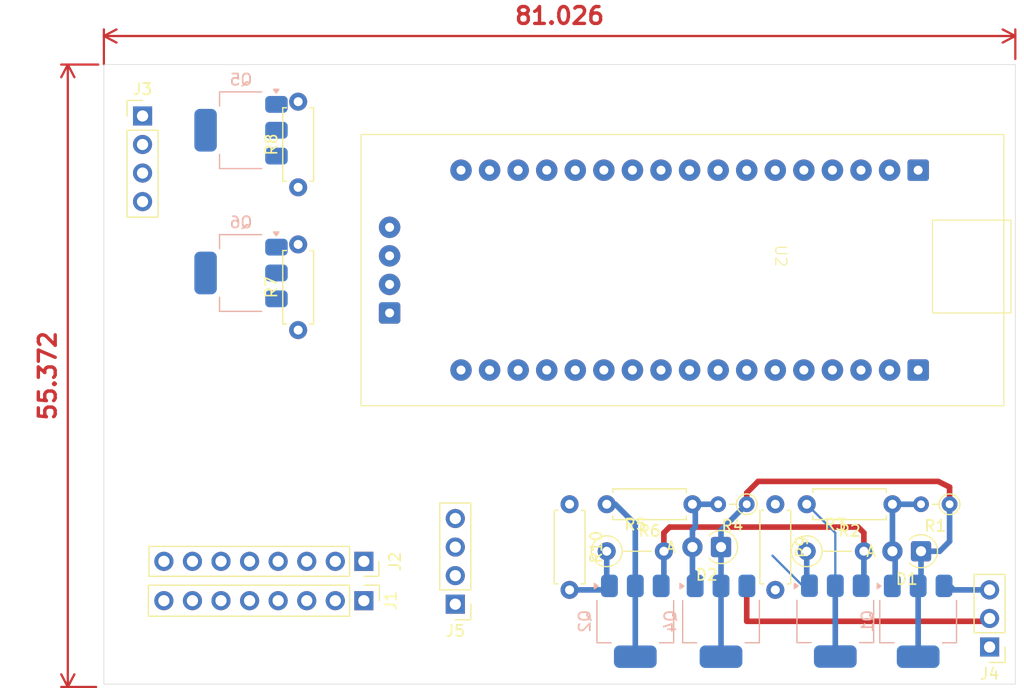
<source format=kicad_pcb>
(kicad_pcb (version 20241229) (generator "pcbnew") (generator_version "9.0")
  (layers (0 "F.Cu" signal) (2 "B.Cu" signal) (13 "F.Paste" user) (15 "B.Paste" user) (5 "F.SilkS" user "F.Silkscreen") (7 "B.SilkS" user "B.Silkscreen") (1 "F.Mask" user) (3 "B.Mask" user) (25 "Edge.Cuts" user))
  (net 0 "")
  (net 1 "+5VD")
  (net 2 "RBrake")
  (net 3 "RLigh")
  (net 4 "LighBut")
  (net 5 "HornBut")
  (net 6 "Net-(J1-Pin_7)")
  (net 7 "GND")
  (net 8 "/Brown TX")
  (net 9 "/Red Vin")
  (net 10 "Net-(D1-A)")
  (net 11 "VDD")
  (net 12 "FLigh")
  (net 13 "Net-(Q3-D)")
  (net 14 "FLighOn")
  (net 15 "Net-(D2-A)")
  (net 16 "Horn")
  (net 17 "HornOn")
  (net 18 "Net-(Q2-D)")
  (net 19 "Net-(Q5-G)")
  (net 20 "Net-(Q6-G)")
  (net 21 "RBrakeOn")
  (net 22 "RLighOn")
  (net 23 "BrakeIn")
  (net 24 "RX")
  (net 25 "Net-(Q2-G)")
  (net 26 "Net-(Q3-G)")
  (footprint "Resistor_THT:R_Axial_DIN0207_L6.3mm_D2.5mm_P7.62mm_Horizontal" (layer "F.Cu") (at 116.332 66.548 90)
    (property "Reference" "R8" (at 3.81 -2.37 90) (layer "F.SilkS"))
    (property "Value" "330")
    (fp_line (start 7.08 -1.37) (end 7.08 -1.04) (stroke (width 0.12)) (layer "F.SilkS"))
    (fp_line (start 0.54 -1.37) (end 7.08 -1.37) (stroke (width 0.12)) (layer "F.SilkS"))
    (fp_line (start 0.54 -1.04) (end 0.54 -1.37) (stroke (width 0.12)) (layer "F.SilkS"))
    (fp_line (start 0.54 1.04) (end 0.54 1.37) (stroke (width 0.12)) (layer "F.SilkS"))
    (fp_line (start 7.08 1.37) (end 7.08 1.04) (stroke (width 0.12)) (layer "F.SilkS"))
    (fp_line (start 0.54 1.37) (end 7.08 1.37) (stroke (width 0.12)) (layer "F.SilkS"))
    (pad "1" thru_hole circle (at 0 0 90) (size 1.6 1.6) (drill 0.8) (layers "*.Cu" "*.Mask") (net 22 "RLighOn"))
    (pad "2" thru_hole circle (at 7.62 0 90) (size 1.6 1.6) (drill 0.8) (layers "*.Cu" "*.Mask") (net 19 "Net-(Q5-G)"))
  )
  (footprint "Resistor_THT:R_Axial_DIN0204_L3.6mm_D1.6mm_P2.54mm_Vertical" (layer "F.Cu") (at 156.21 94.742 180)
    (property "Reference" "R4" (at 1.27 -1.92 0) (layer "F.SilkS"))
    (property "Value" "10K")
    (fp_line (start 0.92 0) (end 1.54 0) (stroke (width 0.12)) (layer "F.SilkS"))
    (fp_circle (center 0 0) (end 0.92 0) (stroke (width 0.12)) (fill no) (layer "F.SilkS"))
    (pad "1" thru_hole circle (at 0 0 180) (size 1.4 1.4) (drill 0.7) (layers "*.Cu" "*.Mask") (net 11 "VDD"))
    (pad "2" thru_hole circle (at 2.54 0 180) (size 1.4 1.4) (drill 0.7) (layers "*.Cu" "*.Mask") (net 15 "Net-(D2-A)"))
  )
  (footprint "Connector_PinHeader_2.54mm:PinHeader_1x04_P2.54mm_Vertical" (layer "F.Cu") (at 130.302 103.632 180)
    (property "Reference" "J5" (at 0 -2.38 0) (layer "F.SilkS"))
    (property "Value" "2 But Ctrl")
    (fp_line (start 1.38 1.27) (end 1.38 9) (stroke (width 0.12)) (layer "F.SilkS"))
    (fp_line (start -1.38 9) (end 1.38 9) (stroke (width 0.12)) (layer "F.SilkS"))
    (fp_line (start -1.38 1.27) (end 1.38 1.27) (stroke (width 0.12)) (layer "F.SilkS"))
    (fp_line (start -1.38 1.27) (end -1.38 9) (stroke (width 0.12)) (layer "F.SilkS"))
    (fp_line (start -1.38 0) (end -1.38 -1.38) (stroke (width 0.12)) (layer "F.SilkS"))
    (fp_line (start -1.38 -1.38) (end 0 -1.38) (stroke (width 0.12)) (layer "F.SilkS"))
    (pad "1" thru_hole rect (at 0 0 180) (size 1.7 1.7) (drill 1) (layers "*.Cu" "*.Mask") (net 7 "GND"))
    (pad "2" thru_hole circle (at 0 2.54 180) (size 1.7 1.7) (drill 1) (layers "*.Cu" "*.Mask") (net 5 "HornBut"))
    (pad "3" thru_hole circle (at 0 5.08 180) (size 1.7 1.7) (drill 1) (layers "*.Cu" "*.Mask") (net 7 "GND"))
    (pad "4" thru_hole circle (at 0 7.62 180) (size 1.7 1.7) (drill 1) (layers "*.Cu" "*.Mask") (net 4 "LighBut"))
  )
  (footprint "Resistor_THT:R_Axial_DIN0207_L6.3mm_D2.5mm_P5.08mm_Vertical" (layer "F.Cu") (at 161.544 98.922)
    (property "Reference" "R3" (at 2.54 -2.37 0) (layer "F.SilkS"))
    (property "Value" "R_US")
    (fp_line (start 1.37 0) (end 3.98 0) (stroke (width 0.12)) (layer "F.SilkS"))
    (fp_circle (center 0 0) (end 1.37 0) (stroke (width 0.12)) (fill no) (layer "F.SilkS"))
    (pad "1" thru_hole circle (at 0 0) (size 1.6 1.6) (drill 0.8) (layers "*.Cu" "*.Mask") (net 26 "Net-(Q3-G)"))
    (pad "2" thru_hole circle (at 5.08 0) (size 1.6 1.6) (drill 0.8) (layers "*.Cu" "*.Mask") (net 7 "GND"))
  )
  (footprint "Connector_PinHeader_2.54mm:PinHeader_1x08_P2.54mm_Vertical" (layer "F.Cu") (at 122.174 103.322 -90)
    (property "Reference" "J1" (at 0 -2.38 90) (layer "F.SilkS"))
    (property "Value" "MotorIn")
    (fp_line (start -1.38 19.16) (end 1.38 19.16) (stroke (width 0.12)) (layer "F.SilkS"))
    (fp_line (start -1.38 1.27) (end -1.38 19.16) (stroke (width 0.12)) (layer "F.SilkS"))
    (fp_line (start -1.38 1.27) (end 1.38 1.27) (stroke (width 0.12)) (layer "F.SilkS"))
    (fp_line (start 1.38 1.27) (end 1.38 19.16) (stroke (width 0.12)) (layer "F.SilkS"))
    (fp_line (start -1.38 0) (end -1.38 -1.38) (stroke (width 0.12)) (layer "F.SilkS"))
    (fp_line (start -1.38 -1.38) (end 0 -1.38) (stroke (width 0.12)) (layer "F.SilkS"))
    (pad "1" thru_hole rect (at 0 0 270) (size 1.7 1.7) (drill 1) (layers "*.Cu" "*.Mask") (net 7 "GND"))
    (pad "2" thru_hole circle (at 0 2.54 270) (size 1.7 1.7) (drill 1) (layers "*.Cu" "*.Mask") (net 11 "VDD"))
    (pad "3" thru_hole circle (at 0 5.08 270) (size 1.7 1.7) (drill 1) (layers "*.Cu" "*.Mask") (net 9 "/Red Vin"))
    (pad "4" thru_hole circle (at 0 7.62 270) (size 1.7 1.7) (drill 1) (layers "*.Cu" "*.Mask") (net 24 "RX"))
    (pad "5" thru_hole circle (at 0 10.16 270) (size 1.7 1.7) (drill 1) (layers "*.Cu" "*.Mask") (net 1 "+5VD"))
    (pad "6" thru_hole circle (at 0 12.7 270) (size 1.7 1.7) (drill 1) (layers "*.Cu" "*.Mask") (net 23 "BrakeIn"))
    (pad "7" thru_hole circle (at 0 15.24 270) (size 1.7 1.7) (drill 1) (layers "*.Cu" "*.Mask") (net 6 "Net-(J1-Pin_7)"))
    (pad "8" thru_hole circle (at 0 17.78 270) (size 1.7 1.7) (drill 1) (layers "*.Cu" "*.Mask") (net 8 "/Brown TX"))
  )
  (footprint "bp103_swd:bp103_swd" (layer "F.Cu") (at 156.21 73.914 -90)
    (property "Reference" "U2" (at -1.27 -3.04 270) (layer "F.SilkS") (effects (font (thickness 0.1))))
    (property "Value" "~")
    (fp_rect (start -12.065 -22.86) (end 12.065 34.29) (stroke (width 0.1)) (fill no) (layer "F.SilkS"))
    (fp_rect (start -4.445 -23.495) (end 3.81 -16.51) (stroke (width 0.1)) (fill no) (layer "F.SilkS"))
    (pad "1" thru_hole roundrect (at 8.89 -15.24 270) (size 1.905 1.905) (drill 0.8) (layers "*.Cu" "*.Mask") (roundrect_rratio 0.15))
    (pad "2" thru_hole circle (at 8.89 -12.7 270) (size 1.905 1.905) (drill 0.8) (layers "*.Cu" "*.Mask"))
    (pad "3" thru_hole circle (at 8.89 -10.16 270) (size 1.905 1.905) (drill 0.8) (layers "*.Cu" "*.Mask"))
    (pad "4" thru_hole circle (at 8.89 -7.62 270) (size 1.905 1.905) (drill 0.8) (layers "*.Cu" "*.Mask"))
    (pad "5" thru_hole circle (at 8.89 -5.08 270) (size 1.905 1.905) (drill 0.8) (layers "*.Cu" "*.Mask"))
    (pad "6" thru_hole circle (at 8.89 -2.54 270) (size 1.905 1.905) (drill 0.8) (layers "*.Cu" "*.Mask"))
    (pad "7" thru_hole circle (at 8.89 0 270) (size 1.905 1.905) (drill 0.8) (layers "*.Cu" "*.Mask"))
    (pad "8" thru_hole circle (at 8.89 2.54 270) (size 1.905 1.905) (drill 0.8) (layers "*.Cu" "*.Mask"))
    (pad "9" thru_hole circle (at 8.89 5.08 270) (size 1.905 1.905) (drill 0.8) (layers "*.Cu" "*.Mask"))
    (pad "10" thru_hole circle (at 8.89 7.62 270) (size 1.905 1.905) (drill 0.8) (layers "*.Cu" "*.Mask"))
    (pad "11" thru_hole circle (at 8.89 10.16 270) (size 1.905 1.905) (drill 0.8) (layers "*.Cu" "*.Mask") (net 24 "RX"))
    (pad "12" thru_hole circle (at 8.89 12.7 270) (size 1.905 1.905) (drill 0.8) (layers "*.Cu" "*.Mask"))
    (pad "13" thru_hole circle (at 8.89 15.24 270) (size 1.905 1.905) (drill 0.8) (layers "*.Cu" "*.Mask") (net 14 "FLighOn"))
    (pad "14" thru_hole circle (at 8.89 17.78 270) (size 1.905 1.905) (drill 0.8) (layers "*.Cu" "*.Mask"))
    (pad "15" thru_hole circle (at 8.89 20.32 270) (size 1.905 1.905) (drill 0.8) (layers "*.Cu" "*.Mask"))
    (pad "16" thru_hole circle (at 8.89 22.86 270) (size 1.905 1.905) (drill 0.8) (layers "*.Cu" "*.Mask"))
    (pad "17" thru_hole circle (at 8.89 25.4 270) (size 1.905 1.905) (drill 0.8) (layers "*.Cu" "*.Mask"))
    (pad "18" thru_hole roundrect (at -8.89 -15.24 270) (size 1.905 1.905) (drill 0.8) (layers "*.Cu" "*.Mask") (roundrect_rratio 0.1312335958) (net 7 "GND"))
    (pad "19" thru_hole circle (at -8.89 -12.7 270) (size 1.905 1.905) (drill 0.8) (layers "*.Cu" "*.Mask"))
    (pad "20" thru_hole circle (at -8.89 -10.16 270) (size 1.905 1.905) (drill 0.8) (layers "*.Cu" "*.Mask"))
    (pad "21" thru_hole circle (at -8.89 -7.62 270) (size 1.905 1.905) (drill 0.8) (layers "*.Cu" "*.Mask"))
    (pad "22" thru_hole circle (at -8.89 -5.08 270) (size 1.905 1.905) (drill 0.8) (layers "*.Cu" "*.Mask"))
    (pad "23" thru_hole circle (at -8.89 -2.54 270) (size 1.905 1.905) (drill 0.8) (layers "*.Cu" "*.Mask") (net 23 "BrakeIn"))
    (pad "24" thru_hole circle (at -8.89 0 270) (size 1.905 1.905) (drill 0.8) (layers "*.Cu" "*.Mask") (net 4 "LighBut"))
    (pad "25" thru_hole circle (at -8.89 2.54 270) (size 1.905 1.905) (drill 0.8) (layers "*.Cu" "*.Mask") (net 5 "HornBut"))
    (pad "26" thru_hole circle (at -8.89 5.08 270) (size 1.905 1.905) (drill 0.8) (layers "*.Cu" "*.Mask"))
    (pad "27" thru_hole circle (at -8.89 7.62 270) (size 1.905 1.905) (drill 0.8) (layers "*.Cu" "*.Mask"))
    (pad "28" thru_hole circle (at -8.89 10.16 270) (size 1.905 1.905) (drill 0.8) (layers "*.Cu" "*.Mask"))
    (pad "29" thru_hole circle (at -8.89 12.7 270) (size 1.905 1.905) (drill 0.8) (layers "*.Cu" "*.Mask") (net 21 "RBrakeOn"))
    (pad "30" thru_hole circle (at -8.89 15.24 270) (size 1.905 1.905) (drill 0.8) (layers "*.Cu" "*.Mask") (net 22 "RLighOn"))
    (pad "31" thru_hole circle (at -8.89 17.78 270) (size 1.905 1.905) (drill 0.8) (layers "*.Cu" "*.Mask"))
    (pad "32" thru_hole circle (at -8.89 20.32 270) (size 1.905 1.905) (drill 0.8) (layers "*.Cu" "*.Mask"))
    (pad "33" thru_hole circle (at -8.89 22.86 270) (size 1.905 1.905) (drill 0.8) (layers "*.Cu" "*.Mask"))
    (pad "34" thru_hole circle (at -8.89 25.4 270) (size 1.905 1.905) (drill 0.8) (layers "*.Cu" "*.Mask"))
    (pad "35" thru_hole roundrect (at 3.81 31.75 180) (size 1.905 1.905) (drill 0.8) (layers "*.Cu" "*.Mask") (roundrect_rratio 0.15))
    (pad "36" thru_hole circle (at 1.27 31.75 180) (size 1.905 1.905) (drill 0.8) (layers "*.Cu" "*.Mask"))
    (pad "37" thru_hole circle (at -1.27 31.75 180) (size 1.905 1.905) (drill 0.8) (layers "*.Cu" "*.Mask"))
    (pad "38" thru_hole circle (at -3.81 31.75 180) (size 1.905 1.905) (drill 0.8) (layers "*.Cu" "*.Mask"))
  )
  (footprint "Resistor_THT:R_Axial_DIN0207_L6.3mm_D2.5mm_P7.62mm_Horizontal" (layer "F.Cu") (at 158.75 94.742 -90)
    (property "Reference" "R9" (at 3.81 -2.37 90) (layer "F.SilkS"))
    (property "Value" "330")
    (fp_line (start 0.54 1.37) (end 7.08 1.37) (stroke (width 0.12)) (layer "F.SilkS"))
    (fp_line (start 7.08 1.37) (end 7.08 1.04) (stroke (width 0.12)) (layer "F.SilkS"))
    (fp_line (start 0.54 1.04) (end 0.54 1.37) (stroke (width 0.12)) (layer "F.SilkS"))
    (fp_line (start 0.54 -1.04) (end 0.54 -1.37) (stroke (width 0.12)) (layer "F.SilkS"))
    (fp_line (start 0.54 -1.37) (end 7.08 -1.37) (stroke (width 0.12)) (layer "F.SilkS"))
    (fp_line (start 7.08 -1.37) (end 7.08 -1.04) (stroke (width 0.12)) (layer "F.SilkS"))
    (pad "1" thru_hole circle (at 0 0 270) (size 1.6 1.6) (drill 0.8) (layers "*.Cu" "*.Mask") (net 14 "FLighOn"))
    (pad "2" thru_hole circle (at 7.62 0 270) (size 1.6 1.6) (drill 0.8) (layers "*.Cu" "*.Mask") (net 26 "Net-(Q3-G)"))
  )
  (footprint "Resistor_THT:R_Axial_DIN0207_L6.3mm_D2.5mm_P7.62mm_Horizontal" (layer "F.Cu") (at 140.462 94.742 -90)
    (property "Reference" "R10" (at 3.81 -2.37 90) (layer "F.SilkS"))
    (property "Value" "330")
    (fp_line (start 0.54 1.37) (end 7.08 1.37) (stroke (width 0.12)) (layer "F.SilkS"))
    (fp_line (start 7.08 1.37) (end 7.08 1.04) (stroke (width 0.12)) (layer "F.SilkS"))
    (fp_line (start 0.54 1.04) (end 0.54 1.37) (stroke (width 0.12)) (layer "F.SilkS"))
    (fp_line (start 0.54 -1.04) (end 0.54 -1.37) (stroke (width 0.12)) (layer "F.SilkS"))
    (fp_line (start 0.54 -1.37) (end 7.08 -1.37) (stroke (width 0.12)) (layer "F.SilkS"))
    (fp_line (start 7.08 -1.37) (end 7.08 -1.04) (stroke (width 0.12)) (layer "F.SilkS"))
    (pad "1" thru_hole circle (at 0 0 270) (size 1.6 1.6) (drill 0.8) (layers "*.Cu" "*.Mask") (net 17 "HornOn"))
    (pad "2" thru_hole circle (at 7.62 0 270) (size 1.6 1.6) (drill 0.8) (layers "*.Cu" "*.Mask") (net 25 "Net-(Q2-G)"))
  )
  (footprint "Diode_THT:D_A-405_P2.54mm_Vertical_AnodeUp" (layer "F.Cu") (at 153.924 98.552 180)
    (property "Reference" "D2" (at 1.27 -2.47 0) (layer "F.SilkS"))
    (property "Value" "15V")
    (fp_arc (start 1.058537 1.02) (mid -1.47 0) (end 1.058537 -1.02) (stroke (width 0.12)) (layer "F.SilkS"))
    (fp_text user "A" (at 4.44 0 0) (layer "F.SilkS"))
    (pad "1" thru_hole roundrect (at 0 0 180) (size 1.8 1.8) (drill 0.9) (layers "*.Cu" "*.Mask") (roundrect_rratio 0.138889) (net 11 "VDD"))
    (pad "2" thru_hole circle (at 2.54 0 180) (size 1.8 1.8) (drill 0.9) (layers "*.Cu" "*.Mask") (net 15 "Net-(D2-A)"))
  )
  (footprint "Resistor_THT:R_Axial_DIN0207_L6.3mm_D2.5mm_P7.62mm_Horizontal" (layer "F.Cu") (at 116.332 79.248 90)
    (property "Reference" "R7" (at 3.81 -2.37 90) (layer "F.SilkS"))
    (property "Value" "330")
    (fp_line (start 7.08 -1.37) (end 7.08 -1.04) (stroke (width 0.12)) (layer "F.SilkS"))
    (fp_line (start 0.54 -1.37) (end 7.08 -1.37) (stroke (width 0.12)) (layer "F.SilkS"))
    (fp_line (start 0.54 -1.04) (end 0.54 -1.37) (stroke (width 0.12)) (layer "F.SilkS"))
    (fp_line (start 0.54 1.04) (end 0.54 1.37) (stroke (width 0.12)) (layer "F.SilkS"))
    (fp_line (start 7.08 1.37) (end 7.08 1.04) (stroke (width 0.12)) (layer "F.SilkS"))
    (fp_line (start 0.54 1.37) (end 7.08 1.37) (stroke (width 0.12)) (layer "F.SilkS"))
    (pad "1" thru_hole circle (at 0 0 90) (size 1.6 1.6) (drill 0.8) (layers "*.Cu" "*.Mask") (net 21 "RBrakeOn"))
    (pad "2" thru_hole circle (at 7.62 0 90) (size 1.6 1.6) (drill 0.8) (layers "*.Cu" "*.Mask") (net 20 "Net-(Q6-G)"))
  )
  (footprint "Connector_PinHeader_2.54mm:PinHeader_1x04_P2.54mm_Vertical" (layer "F.Cu") (at 102.498 60.198)
    (property "Reference" "J3" (at 0 -2.38 0) (layer "F.SilkS"))
    (property "Value" "RearLight")
    (fp_line (start -1.38 -1.38) (end 0 -1.38) (stroke (width 0.12)) (layer "F.SilkS"))
    (fp_line (start -1.38 0) (end -1.38 -1.38) (stroke (width 0.12)) (layer "F.SilkS"))
    (fp_line (start -1.38 1.27) (end -1.38 9) (stroke (width 0.12)) (layer "F.SilkS"))
    (fp_line (start -1.38 1.27) (end 1.38 1.27) (stroke (width 0.12)) (layer "F.SilkS"))
    (fp_line (start -1.38 9) (end 1.38 9) (stroke (width 0.12)) (layer "F.SilkS"))
    (fp_line (start 1.38 1.27) (end 1.38 9) (stroke (width 0.12)) (layer "F.SilkS"))
    (pad "1" thru_hole rect (at 0 0) (size 1.7 1.7) (drill 1) (layers "*.Cu" "*.Mask") (net 3 "RLigh"))
    (pad "2" thru_hole circle (at 0 2.54) (size 1.7 1.7) (drill 1) (layers "*.Cu" "*.Mask") (net 11 "VDD"))
    (pad "3" thru_hole circle (at 0 5.08) (size 1.7 1.7) (drill 1) (layers "*.Cu" "*.Mask") (net 2 "RBrake"))
    (pad "4" thru_hole circle (at 0 7.62) (size 1.7 1.7) (drill 1) (layers "*.Cu" "*.Mask") (net 11 "VDD"))
  )
  (footprint "Resistor_THT:R_Axial_DIN0207_L6.3mm_D2.5mm_P7.62mm_Horizontal" (layer "F.Cu") (at 169.164 94.742 180)
    (property "Reference" "R2" (at 3.81 -2.37 0) (layer "F.SilkS"))
    (property "Value" "100K")
    (fp_line (start 7.08 1.37) (end 7.08 1.04) (stroke (width 0.12)) (layer "F.SilkS"))
    (fp_line (start 7.08 -1.37) (end 7.08 -1.04) (stroke (width 0.12)) (layer "F.SilkS"))
    (fp_line (start 0.54 1.37) (end 7.08 1.37) (stroke (width 0.12)) (layer "F.SilkS"))
    (fp_line (start 0.54 1.04) (end 0.54 1.37) (stroke (width 0.12)) (layer "F.SilkS"))
    (fp_line (start 0.54 -1.04) (end 0.54 -1.37) (stroke (width 0.12)) (layer "F.SilkS"))
    (fp_line (start 0.54 -1.37) (end 7.08 -1.37) (stroke (width 0.12)) (layer "F.SilkS"))
    (pad "1" thru_hole circle (at 0 0 180) (size 1.6 1.6) (drill 0.8) (layers "*.Cu" "*.Mask") (net 10 "Net-(D1-A)"))
    (pad "2" thru_hole circle (at 7.62 0 180) (size 1.6 1.6) (drill 0.8) (layers "*.Cu" "*.Mask") (net 13 "Net-(Q3-D)"))
  )
  (footprint "Resistor_THT:R_Axial_DIN0204_L3.6mm_D1.6mm_P2.54mm_Vertical" (layer "F.Cu") (at 174.244 94.742 180)
    (property "Reference" "R1" (at 1.27 -1.92 0) (layer "F.SilkS"))
    (property "Value" "10K")
    (fp_line (start 0.92 0) (end 1.54 0) (stroke (width 0.12)) (layer "F.SilkS"))
    (fp_circle (center 0 0) (end 0.92 0) (stroke (width 0.12)) (fill no) (layer "F.SilkS"))
    (pad "1" thru_hole circle (at 0 0 180) (size 1.4 1.4) (drill 0.7) (layers "*.Cu" "*.Mask") (net 11 "VDD"))
    (pad "2" thru_hole circle (at 2.54 0 180) (size 1.4 1.4) (drill 0.7) (layers "*.Cu" "*.Mask") (net 10 "Net-(D1-A)"))
  )
  (footprint "Connector_PinHeader_2.54mm:PinHeader_1x03_P2.54mm_Vertical" (layer "F.Cu") (at 177.8 107.442 180)
    (property "Reference" "J4" (at 0 -2.38 0) (layer "F.SilkS"))
    (property "Value" "Fr Light")
    (fp_line (start 1.38 1.27) (end 1.38 6.46) (stroke (width 0.12)) (layer "F.SilkS"))
    (fp_line (start -1.38 6.46) (end 1.38 6.46) (stroke (width 0.12)) (layer "F.SilkS"))
    (fp_line (start -1.38 1.27) (end 1.38 1.27) (stroke (width 0.12)) (layer "F.SilkS"))
    (fp_line (start -1.38 1.27) (end -1.38 6.46) (stroke (width 0.12)) (layer "F.SilkS"))
    (fp_line (start -1.38 0) (end -1.38 -1.38) (stroke (width 0.12)) (layer "F.SilkS"))
    (fp_line (start -1.38 -1.38) (end 0 -1.38) (stroke (width 0.12)) (layer "F.SilkS"))
    (pad "1" thru_hole rect (at 0 0 180) (size 1.7 1.7) (drill 1) (layers "*.Cu" "*.Mask") (net 7 "GND"))
    (pad "2" thru_hole circle (at 0 2.54 180) (size 1.7 1.7) (drill 1) (layers "*.Cu" "*.Mask") (net 16 "Horn"))
    (pad "3" thru_hole circle (at 0 5.08 180) (size 1.7 1.7) (drill 1) (layers "*.Cu" "*.Mask") (net 12 "FLigh"))
  )
  (footprint "Resistor_THT:R_Axial_DIN0207_L6.3mm_D2.5mm_P7.62mm_Horizontal" (layer "F.Cu") (at 151.384 94.742 180)
    (property "Reference" "R6" (at 3.81 -2.37 0) (layer "F.SilkS"))
    (property "Value" "100K")
    (fp_line (start 7.08 1.37) (end 7.08 1.04) (stroke (width 0.12)) (layer "F.SilkS"))
    (fp_line (start 7.08 -1.37) (end 7.08 -1.04) (stroke (width 0.12)) (layer "F.SilkS"))
    (fp_line (start 0.54 1.37) (end 7.08 1.37) (stroke (width 0.12)) (layer "F.SilkS"))
    (fp_line (start 0.54 1.04) (end 0.54 1.37) (stroke (width 0.12)) (layer "F.SilkS"))
    (fp_line (start 0.54 -1.04) (end 0.54 -1.37) (stroke (width 0.12)) (layer "F.SilkS"))
    (fp_line (start 0.54 -1.37) (end 7.08 -1.37) (stroke (width 0.12)) (layer "F.SilkS"))
    (pad "1" thru_hole circle (at 0 0 180) (size 1.6 1.6) (drill 0.8) (layers "*.Cu" "*.Mask") (net 15 "Net-(D2-A)"))
    (pad "2" thru_hole circle (at 7.62 0 180) (size 1.6 1.6) (drill 0.8) (layers "*.Cu" "*.Mask") (net 18 "Net-(Q2-D)"))
  )
  (footprint "Resistor_THT:R_Axial_DIN0207_L6.3mm_D2.5mm_P5.08mm_Vertical" (layer "F.Cu") (at 143.764 98.922)
    (property "Reference" "R5" (at 2.54 -2.37 0) (layer "F.SilkS"))
    (property "Value" "R_US")
    (fp_line (start 1.37 0) (end 3.98 0) (stroke (width 0.12)) (layer "F.SilkS"))
    (fp_circle (center 0 0) (end 1.37 0) (stroke (width 0.12)) (fill no) (layer "F.SilkS"))
    (pad "1" thru_hole circle (at 0 0) (size 1.6 1.6) (drill 0.8) (layers "*.Cu" "*.Mask") (net 25 "Net-(Q2-G)"))
    (pad "2" thru_hole circle (at 5.08 0) (size 1.6 1.6) (drill 0.8) (layers "*.Cu" "*.Mask") (net 7 "GND"))
  )
  (footprint "Connector_PinSocket_2.54mm:PinSocket_1x08_P2.54mm_Vertical" (layer "F.Cu") (at 122.174 99.822 -90)
    (property "Reference" "J2" (at 0 -2.77 90) (layer "F.SilkS"))
    (property "Value" "ToLcd")
    (fp_line (start -1.33 19.11) (end 1.33 19.11) (stroke (width 0.12)) (layer "F.SilkS"))
    (fp_line (start -1.33 1.27) (end -1.33 19.11) (stroke (width 0.12)) (layer "F.SilkS"))
    (fp_line (start -1.33 1.27) (end 1.33 1.27) (stroke (width 0.12)) (layer "F.SilkS"))
    (fp_line (start 1.33 1.27) (end 1.33 19.11) (stroke (width 0.12)) (layer "F.SilkS"))
    (fp_line (start 0 -1.33) (end 1.33 -1.33) (stroke (width 0.12)) (layer "F.SilkS"))
    (fp_line (start 1.33 -1.33) (end 1.33 0) (stroke (width 0.12)) (layer "F.SilkS"))
    (pad "1" thru_hole rect (at 0 0 270) (size 1.7 1.7) (drill 1) (layers "*.Cu" "*.Mask") (net 7 "GND"))
    (pad "2" thru_hole circle (at 0 2.54 270) (size 1.7 1.7) (drill 1) (layers "*.Cu" "*.Mask") (net 11 "VDD"))
    (pad "3" thru_hole circle (at 0 5.08 270) (size 1.7 1.7) (drill 1) (layers "*.Cu" "*.Mask") (net 9 "/Red Vin"))
    (pad "4" thru_hole circle (at 0 7.62 270) (size 1.7 1.7) (drill 1) (layers "*.Cu" "*.Mask") (net 24 "RX"))
    (pad "5" thru_hole circle (at 0 10.16 270) (size 1.7 1.7) (drill 1) (layers "*.Cu" "*.Mask") (net 1 "+5VD"))
    (pad "6" thru_hole circle (at 0 12.7 270) (size 1.7 1.7) (drill 1) (layers "*.Cu" "*.Mask") (net 23 "BrakeIn"))
    (pad "7" thru_hole circle (at 0 15.24 270) (size 1.7 1.7) (drill 1) (layers "*.Cu" "*.Mask") (net 6 "Net-(J1-Pin_7)"))
    (pad "8" thru_hole circle (at 0 17.78 270) (size 1.7 1.7) (drill 1) (layers "*.Cu" "*.Mask") (net 8 "/Brown TX"))
  )
  (footprint "Diode_THT:D_A-405_P2.54mm_Vertical_AnodeUp" (layer "F.Cu") (at 171.704 98.922 180)
    (property "Reference" "D1" (at 1.27 -2.47 0) (layer "F.SilkS"))
    (property "Value" "15V")
    (fp_arc (start 1.058537 1.02) (mid -1.47 0) (end 1.058537 -1.02) (stroke (width 0.12)) (layer "F.SilkS"))
    (fp_text user "A" (at 4.44 0 0) (layer "F.SilkS"))
    (pad "1" thru_hole roundrect (at 0 0 180) (size 1.8 1.8) (drill 0.9) (layers "*.Cu" "*.Mask") (roundrect_rratio 0.138889) (net 11 "VDD"))
    (pad "2" thru_hole circle (at 2.54 0 180) (size 1.8 1.8) (drill 0.9) (layers "*.Cu" "*.Mask") (net 10 "Net-(D1-A)"))
  )
  (footprint "Package_TO_SOT_SMD:SOT-223-3_TabPin2" (layer "B.Cu") (at 111.252 61.468 180)
    (property "Reference" "Q5" (at 0 4.5 0) (layer "B.SilkS") (effects (justify mirror)))
    (property "Value" "BSP89")
    (fp_line (start 1.91 3.41) (end 1.91 2.15) (stroke (width 0.12)) (layer "B.SilkS"))
    (fp_line (start 1.91 -3.41) (end 1.91 -2.15) (stroke (width 0.12)) (layer "B.SilkS"))
    (fp_line (start -1.85 3.41) (end 1.91 3.41) (stroke (width 0.12)) (layer "B.SilkS"))
    (fp_line (start -1.85 -3.41) (end 1.91 -3.41) (stroke (width 0.12)) (layer "B.SilkS"))
    (fp_poly (pts (xy -3.13 3.31) (xy -3.37 3.64) (xy -2.89 3.64) (xy -3.13 3.31)) (stroke (width 0.12)) (fill yes) (layer "B.SilkS"))
    (pad "1" smd roundrect (at -3.15 2.3 180) (size 2 1.5) (layers "B.Cu" "B.Mask" "B.Paste") (net 19 "Net-(Q5-G)"))
    (pad "2" smd roundrect (at -3.15 0 180) (size 2 1.5) (layers "B.Cu" "B.Mask" "B.Paste") (net 3 "RLigh"))
    (pad "2" smd roundrect (at 3.15 0 180) (size 2 3.8) (layers "B.Cu" "B.Mask" "B.Paste") (net 3 "RLigh"))
    (pad "3" smd roundrect (at -3.15 -2.3 180) (size 2 1.5) (layers "B.Cu" "B.Mask" "B.Paste") (net 7 "GND"))
  )
  (footprint "Package_TO_SOT_SMD:SOT-223-3_TabPin2" (layer "B.Cu") (at 111.252 74.168 180)
    (property "Reference" "Q6" (at 0 4.5 0) (layer "B.SilkS") (effects (justify mirror)))
    (property "Value" "BSP89")
    (fp_line (start 1.91 3.41) (end 1.91 2.15) (stroke (width 0.12)) (layer "B.SilkS"))
    (fp_line (start 1.91 -3.41) (end 1.91 -2.15) (stroke (width 0.12)) (layer "B.SilkS"))
    (fp_line (start -1.85 3.41) (end 1.91 3.41) (stroke (width 0.12)) (layer "B.SilkS"))
    (fp_line (start -1.85 -3.41) (end 1.91 -3.41) (stroke (width 0.12)) (layer "B.SilkS"))
    (fp_poly (pts (xy -3.13 3.31) (xy -3.37 3.64) (xy -2.89 3.64) (xy -3.13 3.31)) (stroke (width 0.12)) (fill yes) (layer "B.SilkS"))
    (pad "1" smd roundrect (at -3.15 2.3 180) (size 2 1.5) (layers "B.Cu" "B.Mask" "B.Paste") (net 20 "Net-(Q6-G)"))
    (pad "2" smd roundrect (at -3.15 0 180) (size 2 1.5) (layers "B.Cu" "B.Mask" "B.Paste") (net 2 "RBrake"))
    (pad "2" smd roundrect (at 3.15 0 180) (size 2 3.8) (layers "B.Cu" "B.Mask" "B.Paste") (net 2 "RBrake"))
    (pad "3" smd roundrect (at -3.15 -2.3 180) (size 2 1.5) (layers "B.Cu" "B.Mask" "B.Paste") (net 7 "GND"))
  )
  (footprint "Package_TO_SOT_SMD:SOT-223-3_TabPin2" (layer "B.Cu") (at 164.084 105.142 -90)
    (property "Reference" "Q3" (hide yes))
    (property "Value" "BSP89")
    (fp_line (start -1.85 3.41) (end 1.91 3.41) (stroke (width 0.12)) (layer "B.SilkS"))
    (fp_line (start 1.91 3.41) (end 1.91 2.15) (stroke (width 0.12)) (layer "B.SilkS"))
    (fp_line (start -1.85 -3.41) (end 1.91 -3.41) (stroke (width 0.12)) (layer "B.SilkS"))
    (fp_line (start 1.91 -3.41) (end 1.91 -2.15) (stroke (width 0.12)) (layer "B.SilkS"))
    (fp_poly (pts (xy -3.13 3.31) (xy -3.37 3.64) (xy -2.89 3.64) (xy -3.13 3.31)) (stroke (width 0.12)) (fill yes) (layer "B.SilkS"))
    (pad "1" smd roundrect (at -3.15 2.3 270) (size 2 1.5) (layers "B.Cu" "B.Mask" "B.Paste") (net 26 "Net-(Q3-G)"))
    (pad "2" smd roundrect (at -3.15 0 270) (size 2 1.5) (layers "B.Cu" "B.Mask" "B.Paste") (net 13 "Net-(Q3-D)"))
    (pad "2" smd roundrect (at 3.15 0 270) (size 2 3.8) (layers "B.Cu" "B.Mask" "B.Paste") (net 13 "Net-(Q3-D)"))
    (pad "3" smd roundrect (at -3.15 -2.3 270) (size 2 1.5) (layers "B.Cu" "B.Mask" "B.Paste") (net 7 "GND"))
  )
  (footprint "Package_TO_SOT_SMD:SOT-223-3_TabPin2" (layer "B.Cu") (at 153.924 105.156 -90)
    (property "Reference" "Q4" (at 0 4.5 90) (layer "B.SilkS") (effects (justify mirror)))
    (property "Value" "ZXMP4A16G" (hide yes))
    (fp_line (start -1.85 3.41) (end 1.91 3.41) (stroke (width 0.12)) (layer "B.SilkS"))
    (fp_line (start 1.91 3.41) (end 1.91 2.15) (stroke (width 0.12)) (layer "B.SilkS"))
    (fp_line (start -1.85 -3.41) (end 1.91 -3.41) (stroke (width 0.12)) (layer "B.SilkS"))
    (fp_line (start 1.91 -3.41) (end 1.91 -2.15) (stroke (width 0.12)) (layer "B.SilkS"))
    (fp_poly (pts (xy -3.13 3.31) (xy -3.37 3.64) (xy -2.89 3.64) (xy -3.13 3.31)) (stroke (width 0.12)) (fill yes) (layer "B.SilkS"))
    (pad "1" smd roundrect (at -3.15 2.3 270) (size 2 1.5) (layers "B.Cu" "B.Mask" "B.Paste") (net 15 "Net-(D2-A)"))
    (pad "2" smd roundrect (at -3.15 0 270) (size 2 1.5) (layers "B.Cu" "B.Mask" "B.Paste") (net 11 "VDD"))
    (pad "2" smd roundrect (at 3.15 0 270) (size 2 3.8) (layers "B.Cu" "B.Mask" "B.Paste") (net 11 "VDD"))
    (pad "3" smd roundrect (at -3.15 -2.3 270) (size 2 1.5) (layers "B.Cu" "B.Mask" "B.Paste") (net 16 "Horn"))
  )
  (footprint "Package_TO_SOT_SMD:SOT-223-3_TabPin2" (layer "B.Cu") (at 146.304 105.156 -90)
    (property "Reference" "Q2" (at 0 4.5 90) (layer "B.SilkS") (effects (justify mirror)))
    (property "Value" "BSP89")
    (fp_line (start -1.85 3.41) (end 1.91 3.41) (stroke (width 0.12)) (layer "B.SilkS"))
    (fp_line (start 1.91 3.41) (end 1.91 2.15) (stroke (width 0.12)) (layer "B.SilkS"))
    (fp_line (start -1.85 -3.41) (end 1.91 -3.41) (stroke (width 0.12)) (layer "B.SilkS"))
    (fp_line (start 1.91 -3.41) (end 1.91 -2.15) (stroke (width 0.12)) (layer "B.SilkS"))
    (fp_poly (pts (xy -3.13 3.31) (xy -3.37 3.64) (xy -2.89 3.64) (xy -3.13 3.31)) (stroke (width 0.12)) (fill yes) (layer "B.SilkS"))
    (pad "1" smd roundrect (at -3.15 2.3 270) (size 2 1.5) (layers "B.Cu" "B.Mask" "B.Paste") (net 25 "Net-(Q2-G)"))
    (pad "2" smd roundrect (at -3.15 0 270) (size 2 1.5) (layers "B.Cu" "B.Mask" "B.Paste") (net 18 "Net-(Q2-D)"))
    (pad "2" smd roundrect (at 3.15 0 270) (size 2 3.8) (layers "B.Cu" "B.Mask" "B.Paste") (net 18 "Net-(Q2-D)"))
    (pad "3" smd roundrect (at -3.15 -2.3 270) (size 2 1.5) (layers "B.Cu" "B.Mask" "B.Paste") (net 7 "GND"))
  )
  (footprint "Package_TO_SOT_SMD:SOT-223-3_TabPin2" (layer "B.Cu") (at 171.45 105.156 -90)
    (property "Reference" "Q1" (at 0 4.5 90) (layer "B.SilkS") (effects (justify mirror)))
    (property "Value" "ZXMP4A16G" (hide yes))
    (fp_line (start -1.85 3.41) (end 1.91 3.41) (stroke (width 0.12)) (layer "B.SilkS"))
    (fp_line (start 1.91 3.41) (end 1.91 2.15) (stroke (width 0.12)) (layer "B.SilkS"))
    (fp_line (start -1.85 -3.41) (end 1.91 -3.41) (stroke (width 0.12)) (layer "B.SilkS"))
    (fp_line (start 1.91 -3.41) (end 1.91 -2.15) (stroke (width 0.12)) (layer "B.SilkS"))
    (fp_poly (pts (xy -3.13 3.31) (xy -3.37 3.64) (xy -2.89 3.64) (xy -3.13 3.31)) (stroke (width 0.12)) (fill yes) (layer "B.SilkS"))
    (pad "1" smd roundrect (at -3.15 2.3 270) (size 2 1.5) (layers "B.Cu" "B.Mask" "B.Paste") (net 10 "Net-(D1-A)"))
    (pad "2" smd roundrect (at -3.15 0 270) (size 2 1.5) (layers "B.Cu" "B.Mask" "B.Paste") (net 11 "VDD"))
    (pad "2" smd roundrect (at 3.15 0 270) (size 2 3.8) (layers "B.Cu" "B.Mask" "B.Paste") (net 11 "VDD"))
    (pad "3" smd roundrect (at -3.15 -2.3 270) (size 2 1.5) (layers "B.Cu" "B.Mask" "B.Paste") (net 12 "FLigh"))
  )
  (gr_rect (start 99.06 55.626) (end 180.086 110.744) (stroke (width 0.05)) (fill no) (layer "Edge.Cuts"))
  (dimension (type orthogonal) (layer "F.Cu") (pts (xy 98.87 110.998) (xy 99.06 55.626)) (height -3.016) (orientation 1) (format (prefix "") (suffix "") (units 3) (units_format 0) (precision 4) (suppress_zeroes yes)) (style (thickness 0.2) (arrow_length 1.27) (text_position_mode 0) (arrow_direction outward) (extension_height 0.58642) (extension_offset 0.5) (keep_text_aligned yes)) (gr_text "55,372" (at 94.054 83.312 90) (layer "F.Cu") (effects (font (size 1.5 1.5) (thickness 0.3)))))
  (dimension (type orthogonal) (layer "F.Cu") (pts (xy 99.06 56.102) (xy 180.086 55.626)) (height -3.016) (orientation 0) (format (prefix "") (suffix "") (units 3) (units_format 0) (precision 4) (suppress_zeroes yes)) (style (thickness 0.2) (arrow_length 1.27) (text_position_mode 0) (arrow_direction outward) (extension_height 0.58642) (extension_offset 0.5) (keep_text_aligned yes)) (gr_text "81,026" (at 139.573 51.286 0) (layer "F.Cu") (effects (font (size 1.5 1.5) (thickness 0.3)))))
  (segment (start 149.352 96.774) (end 148.844 97.282) (width 0.5) (layer "F.Cu") (net 7))
  (segment (start 148.844 97.282) (end 148.844 98.922) (width 0.5) (layer "F.Cu") (net 7))
  (segment (start 166.624 97.282) (end 166.116 96.774) (width 0.5) (layer "F.Cu") (net 7))
  (segment (start 166.116 96.774) (end 149.352 96.774) (width 0.5) (layer "F.Cu") (net 7))
  (segment (start 166.624 98.922) (end 166.624 97.282) (width 0.5) (layer "F.Cu") (net 7))
  (segment (start 148.844 101.512) (end 148.604 101.752) (width 0.5) (layer "B.Cu") (net 7))
  (segment (start 148.844 98.922) (end 148.844 101.512) (width 0.5) (layer "B.Cu") (net 7))
  (segment (start 166.624 98.922) (end 166.624 101.752) (width 0.5) (layer "B.Cu") (net 7))
  (segment (start 148.604 101.752) (end 148.604 102.006) (width 0.5) (layer "B.Cu") (net 7))
  (segment (start 166.624 101.752) (end 166.384 101.992) (width 0.5) (layer "B.Cu") (net 7))
  (segment (start 171.704 94.742) (end 169.164 94.742) (width 0.5) (layer "B.Cu") (net 10))
  (segment (start 169.404 101.752) (end 169.404 99.162) (width 0.5) (layer "B.Cu") (net 10))
  (segment (start 169.404 99.162) (end 169.164 98.922) (width 0.5) (layer "B.Cu") (net 10))
  (segment (start 169.164 94.742) (end 169.164 98.922) (width 0.5) (layer "B.Cu") (net 10))
  (segment (start 169.15 102.006) (end 169.404 101.752) (width 0.5) (layer "B.Cu") (net 10))
  (segment (start 157.226 92.71) (end 156.21 93.726) (width 0.5) (layer "F.Cu") (net 11))
  (segment (start 173.228 92.71) (end 157.226 92.71) (width 0.5) (layer "F.Cu") (net 11))
  (segment (start 174.244 94.742) (end 174.244 93.218) (width 0.5) (layer "F.Cu") (net 11))
  (segment (start 156.21 93.726) (end 156.21 94.742) (width 0.5) (layer "F.Cu") (net 11))
  (segment (start 174.244 93.218) (end 173.228 92.71) (width 0.5) (layer "F.Cu") (net 11))
  (segment (start 171.704 98.922) (end 173.366 98.922) (width 0.5) (layer "B.Cu") (net 11))
  (segment (start 174.244 98.044) (end 174.244 94.742) (width 0.5) (layer "B.Cu") (net 11))
  (segment (start 156.21 94.742) (end 153.924 97.028) (width 0.5) (layer "B.Cu") (net 11))
  (segment (start 171.45 102.006) (end 171.704 101.752) (width 0.5) (layer "B.Cu") (net 11))
  (segment (start 173.366 98.922) (end 174.244 98.044) (width 0.5) (layer "B.Cu") (net 11))
  (segment (start 153.924 102.006) (end 153.924 108.306) (width 0.5) (layer "B.Cu") (net 11))
  (segment (start 171.45 102.006) (end 171.45 108.306) (width 0.5) (layer "B.Cu") (net 11))
  (segment (start 153.924 98.552) (end 153.924 102.006) (width 0.5) (layer "B.Cu") (net 11))
  (segment (start 171.704 101.752) (end 171.704 98.922) (width 0.5) (layer "B.Cu") (net 11))
  (segment (start 153.924 97.028) (end 153.924 98.552) (width 0.5) (layer "B.Cu") (net 11))
  (segment (start 177.698 101.752) (end 178.308 102.362) (width 0.5) (layer "B.Cu") (net 12))
  (segment (start 174.258 102.006) (end 173.75 102.006) (width 0.5) (layer "B.Cu") (net 12))
  (segment (start 174.614 102.362) (end 174.258 102.006) (width 0.5) (layer "B.Cu") (net 12))
  (segment (start 177.8 102.362) (end 174.614 102.362) (width 0.5) (layer "B.Cu") (net 12))
  (segment (start 164.084 101.992) (end 164.084 97.282) (width 0.2) (layer "B.Cu") (net 13))
  (segment (start 164.084 108.292) (end 164.084 101.992) (width 0.5) (layer "B.Cu") (net 13))
  (segment (start 164.084 97.282) (end 161.544 94.742) (width 0.2) (layer "B.Cu") (net 13))
  (segment (start 151.384 97.028) (end 151.638 96.774) (width 0.5) (layer "B.Cu") (net 15))
  (segment (start 151.384 101.512) (end 151.624 101.752) (width 0.5) (layer "B.Cu") (net 15))
  (segment (start 151.624 102.006) (end 151.624 100.852) (width 0.5) (layer "B.Cu") (net 15))
  (segment (start 151.384 97.028) (end 151.384 98.552) (width 0.5) (layer "B.Cu") (net 15))
  (segment (start 151.638 96.774) (end 151.638 94.742) (width 0.5) (layer "B.Cu") (net 15))
  (segment (start 151.638 94.742) (end 153.67 94.742) (width 0.5) (layer "B.Cu") (net 15))
  (segment (start 151.624 101.752) (end 151.624 102.006) (width 0.5) (layer "B.Cu") (net 15))
  (segment (start 151.384 98.552) (end 151.384 101.512) (width 0.5) (layer "B.Cu") (net 15))
  (segment (start 177.8 104.902) (end 177.546 105.156) (width 0.5) (layer "F.Cu") (net 16))
  (segment (start 156.21 105.156) (end 156.21 101.6) (width 0.5) (layer "F.Cu") (net 16))
  (segment (start 177.546 105.156) (end 156.21 105.156) (width 0.5) (layer "F.Cu") (net 16))
  (segment (start 146.304 102.006) (end 146.304 108.306) (width 0.5) (layer "B.Cu") (net 18))
  (segment (start 146.304 96.52) (end 146.304 102.006) (width 0.5) (layer "B.Cu") (net 18))
  (segment (start 144.526 94.742) (end 146.304 96.52) (width 0.5) (layer "B.Cu") (net 18))
  (segment (start 144.018 94.742) (end 144.526 94.742) (width 0.5) (layer "B.Cu") (net 18))
  (segment (start 140.462 102.224) (end 140.462 102.362) (width 0.5) (layer "F.Cu") (net 25))
  (segment (start 143.764 101.512) (end 144.004 101.752) (width 0.5) (layer "B.Cu") (net 25))
  (segment (start 143.394 102.362) (end 143.75 102.006) (width 0.5) (layer "B.Cu") (net 25))
  (segment (start 140.462 102.362) (end 143.394 102.362) (width 0.5) (layer "B.Cu") (net 25))
  (segment (start 144.004 101.752) (end 144.004 102.006) (width 0.5) (layer "B.Cu") (net 25))
  (segment (start 143.764 98.922) (end 143.764 101.512) (width 0.5) (layer "B.Cu") (net 25))
  (segment (start 143.75 102.006) (end 144.004 102.006) (width 0.5) (layer "B.Cu") (net 25))
  (segment (start 161.784 101.992) (end 161.174 101.992) (width 0.2) (layer "B.Cu") (net 26))
  (segment (start 161.544 98.922) (end 161.544 101.752) (width 0.5) (layer "B.Cu") (net 26))
  (segment (start 161.174 101.992) (end 158.496 99.314) (width 0.2) (layer "B.Cu") (net 26))
  (segment (start 161.544 101.752) (end 161.784 101.992) (width 0.5) (layer "B.Cu") (net 26))
)
</source>
